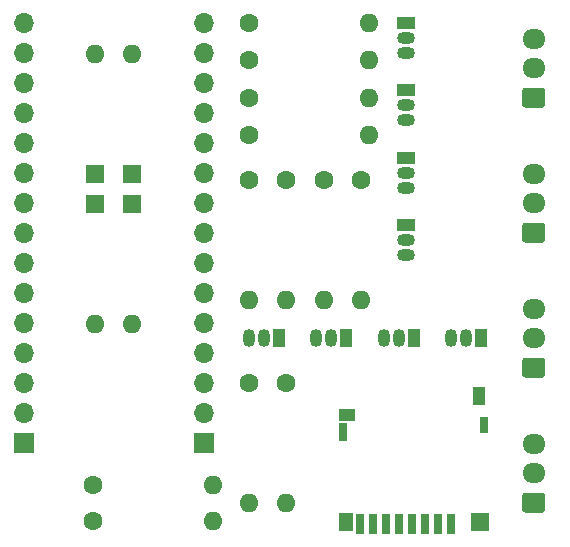
<source format=gbr>
%TF.GenerationSoftware,KiCad,Pcbnew,5.1.7*%
%TF.CreationDate,2020-10-23T00:09:38-07:00*%
%TF.ProjectId,n64_basic,6e36345f-6261-4736-9963-2e6b69636164,rev?*%
%TF.SameCoordinates,Original*%
%TF.FileFunction,Soldermask,Top*%
%TF.FilePolarity,Negative*%
%FSLAX46Y46*%
G04 Gerber Fmt 4.6, Leading zero omitted, Abs format (unit mm)*
G04 Created by KiCad (PCBNEW 5.1.7) date 2020-10-23 00:09:38*
%MOMM*%
%LPD*%
G01*
G04 APERTURE LIST*
%ADD10O,1.600000X1.600000*%
%ADD11R,1.600000X1.600000*%
%ADD12C,1.600000*%
%ADD13O,1.950000X1.700000*%
%ADD14R,1.050000X1.500000*%
%ADD15O,1.050000X1.500000*%
%ADD16R,1.500000X1.050000*%
%ADD17O,1.500000X1.050000*%
%ADD18R,1.000000X1.550000*%
%ADD19R,1.500000X1.500000*%
%ADD20R,0.700000X1.750000*%
%ADD21R,0.800000X1.400000*%
%ADD22R,1.450000X1.000000*%
%ADD23R,0.800000X1.500000*%
%ADD24R,1.300000X1.500000*%
%ADD25O,1.700000X1.700000*%
%ADD26R,1.700000X1.700000*%
G04 APERTURE END LIST*
D10*
%TO.C,D1*%
X97472500Y-82677000D03*
D11*
X97472500Y-92837000D03*
%TD*%
D10*
%TO.C,D2*%
X100647500Y-82677000D03*
D11*
X100647500Y-92837000D03*
%TD*%
D10*
%TO.C,D3*%
X100647500Y-105537000D03*
D11*
X100647500Y-95377000D03*
%TD*%
D10*
%TO.C,D4*%
X97472500Y-105537000D03*
D11*
X97472500Y-95377000D03*
%TD*%
D10*
%TO.C,R1*%
X120650000Y-89535000D03*
D12*
X110490000Y-89535000D03*
%TD*%
D10*
%TO.C,R2*%
X120650000Y-86360000D03*
D12*
X110490000Y-86360000D03*
%TD*%
D10*
%TO.C,R3*%
X120650000Y-83185000D03*
D12*
X110490000Y-83185000D03*
%TD*%
D10*
%TO.C,R4*%
X120650000Y-80010000D03*
D12*
X110490000Y-80010000D03*
%TD*%
%TO.C,R9*%
X97282000Y-119126000D03*
D10*
X107442000Y-119126000D03*
%TD*%
%TO.C,R5*%
X110490000Y-103505000D03*
D12*
X110490000Y-93345000D03*
%TD*%
%TO.C,R10*%
X97282000Y-122174000D03*
D10*
X107442000Y-122174000D03*
%TD*%
%TO.C,R6*%
X113665000Y-103505000D03*
D12*
X113665000Y-93345000D03*
%TD*%
D10*
%TO.C,R11*%
X113665000Y-120650000D03*
D12*
X113665000Y-110490000D03*
%TD*%
D10*
%TO.C,R7*%
X116840000Y-103505000D03*
D12*
X116840000Y-93345000D03*
%TD*%
D10*
%TO.C,R12*%
X110490000Y-120650000D03*
D12*
X110490000Y-110490000D03*
%TD*%
D10*
%TO.C,R8*%
X120015000Y-103505000D03*
D12*
X120015000Y-93345000D03*
%TD*%
D13*
%TO.C,J4*%
X134620000Y-81360000D03*
X134620000Y-83860000D03*
G36*
G01*
X135345000Y-87210000D02*
X133895000Y-87210000D01*
G75*
G02*
X133645000Y-86960000I0J250000D01*
G01*
X133645000Y-85760000D01*
G75*
G02*
X133895000Y-85510000I250000J0D01*
G01*
X135345000Y-85510000D01*
G75*
G02*
X135595000Y-85760000I0J-250000D01*
G01*
X135595000Y-86960000D01*
G75*
G02*
X135345000Y-87210000I-250000J0D01*
G01*
G37*
%TD*%
%TO.C,J2*%
X134620000Y-104220000D03*
X134620000Y-106720000D03*
G36*
G01*
X135345000Y-110070000D02*
X133895000Y-110070000D01*
G75*
G02*
X133645000Y-109820000I0J250000D01*
G01*
X133645000Y-108620000D01*
G75*
G02*
X133895000Y-108370000I250000J0D01*
G01*
X135345000Y-108370000D01*
G75*
G02*
X135595000Y-108620000I0J-250000D01*
G01*
X135595000Y-109820000D01*
G75*
G02*
X135345000Y-110070000I-250000J0D01*
G01*
G37*
%TD*%
%TO.C,J1*%
X134620000Y-115650000D03*
X134620000Y-118150000D03*
G36*
G01*
X135345000Y-121500000D02*
X133895000Y-121500000D01*
G75*
G02*
X133645000Y-121250000I0J250000D01*
G01*
X133645000Y-120050000D01*
G75*
G02*
X133895000Y-119800000I250000J0D01*
G01*
X135345000Y-119800000D01*
G75*
G02*
X135595000Y-120050000I0J-250000D01*
G01*
X135595000Y-121250000D01*
G75*
G02*
X135345000Y-121500000I-250000J0D01*
G01*
G37*
%TD*%
%TO.C,J3*%
X134620000Y-92790000D03*
X134620000Y-95290000D03*
G36*
G01*
X135345000Y-98640000D02*
X133895000Y-98640000D01*
G75*
G02*
X133645000Y-98390000I0J250000D01*
G01*
X133645000Y-97190000D01*
G75*
G02*
X133895000Y-96940000I250000J0D01*
G01*
X135345000Y-96940000D01*
G75*
G02*
X135595000Y-97190000I0J-250000D01*
G01*
X135595000Y-98390000D01*
G75*
G02*
X135345000Y-98640000I-250000J0D01*
G01*
G37*
%TD*%
D14*
%TO.C,Q8*%
X130175000Y-106680000D03*
D15*
X127635000Y-106680000D03*
X128905000Y-106680000D03*
%TD*%
D14*
%TO.C,Q7*%
X124460000Y-106680000D03*
D15*
X121920000Y-106680000D03*
X123190000Y-106680000D03*
%TD*%
D14*
%TO.C,Q6*%
X118745000Y-106680000D03*
D15*
X116205000Y-106680000D03*
X117475000Y-106680000D03*
%TD*%
D14*
%TO.C,Q5*%
X113030000Y-106680000D03*
D15*
X110490000Y-106680000D03*
X111760000Y-106680000D03*
%TD*%
D16*
%TO.C,Q4*%
X123825000Y-80010000D03*
D17*
X123825000Y-82550000D03*
X123825000Y-81280000D03*
%TD*%
D16*
%TO.C,Q3*%
X123825000Y-85725000D03*
D17*
X123825000Y-88265000D03*
X123825000Y-86995000D03*
%TD*%
D16*
%TO.C,Q2*%
X123825000Y-91440000D03*
D17*
X123825000Y-93980000D03*
X123825000Y-92710000D03*
%TD*%
D16*
%TO.C,Q1*%
X123825000Y-97155000D03*
D17*
X123825000Y-99695000D03*
X123825000Y-98425000D03*
%TD*%
D18*
%TO.C,J12*%
X130035000Y-111628000D03*
D19*
X130085000Y-122303000D03*
D20*
X127635000Y-122428000D03*
X126535000Y-122428000D03*
X125435000Y-122428000D03*
X124335000Y-122428000D03*
X123235000Y-122428000D03*
X122135000Y-122428000D03*
X121035000Y-122428000D03*
D21*
X130435000Y-114053000D03*
D22*
X118810000Y-113203000D03*
D23*
X118485000Y-114703000D03*
D24*
X118735000Y-122303000D03*
D20*
X119935000Y-122428000D03*
%TD*%
D25*
%TO.C,J5*%
X106680000Y-80010000D03*
X106680000Y-82550000D03*
X106680000Y-85090000D03*
X106680000Y-87630000D03*
X106680000Y-90170000D03*
X106680000Y-92710000D03*
X106680000Y-95250000D03*
X106680000Y-97790000D03*
X106680000Y-100330000D03*
X106680000Y-102870000D03*
X106680000Y-105410000D03*
X106680000Y-107950000D03*
X106680000Y-110490000D03*
X106680000Y-113030000D03*
D26*
X106680000Y-115570000D03*
%TD*%
D25*
%TO.C,J6*%
X91440000Y-80010000D03*
X91440000Y-82550000D03*
X91440000Y-85090000D03*
X91440000Y-87630000D03*
X91440000Y-90170000D03*
X91440000Y-92710000D03*
X91440000Y-95250000D03*
X91440000Y-97790000D03*
X91440000Y-100330000D03*
X91440000Y-102870000D03*
X91440000Y-105410000D03*
X91440000Y-107950000D03*
X91440000Y-110490000D03*
X91440000Y-113030000D03*
D26*
X91440000Y-115570000D03*
%TD*%
M02*

</source>
